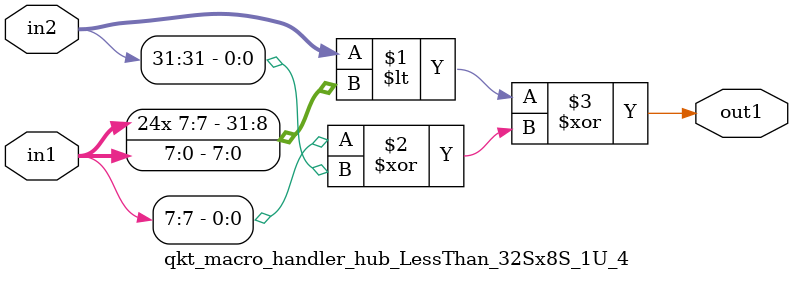
<source format=v>

`timescale 1ps / 1ps


module qkt_macro_handler_hub_LessThan_32Sx8S_1U_4( in2, in1, out1 );

    input [31:0] in2;
    input [7:0] in1;
    output out1;

    
    // rtl_process:qkv_macro_handler_hub_LessThan_32Sx8S_1U_4/qkv_macro_handler_hub_LessThan_32Sx8S_1U_4_thread_1
    assign out1 = (in2 < {{ 24 {in1[7]}}, in1} ^ (in1[7] ^ in2[31]));

endmodule





</source>
